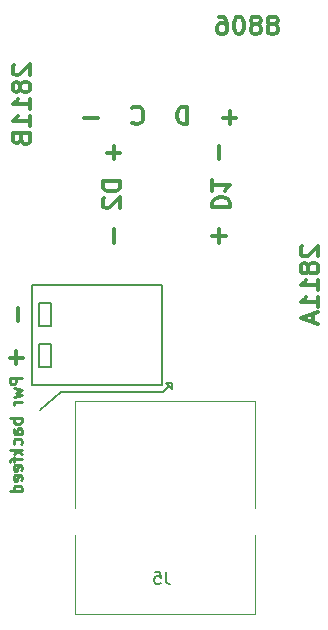
<source format=gbr>
G04 #@! TF.FileFunction,Legend,Bot*
%FSLAX46Y46*%
G04 Gerber Fmt 4.6, Leading zero omitted, Abs format (unit mm)*
G04 Created by KiCad (PCBNEW 4.0.6-e0-6349~53~ubuntu16.04.1) date Tue Apr 25 15:56:05 2017*
%MOMM*%
%LPD*%
G01*
G04 APERTURE LIST*
%ADD10C,0.100000*%
%ADD11C,0.200000*%
%ADD12C,0.250000*%
%ADD13C,0.300000*%
%ADD14C,0.120000*%
%ADD15C,0.150000*%
G04 APERTURE END LIST*
D10*
D11*
X170180000Y-98806000D02*
X169672000Y-98806000D01*
X170180000Y-99314000D02*
X170180000Y-98806000D01*
X169672000Y-98806000D02*
X170180000Y-99314000D01*
X169418000Y-99568000D02*
X169926000Y-99060000D01*
X160782000Y-99568000D02*
X169418000Y-99568000D01*
X159004000Y-101092000D02*
X160782000Y-99568000D01*
D12*
X157424381Y-98314475D02*
X156424381Y-98314475D01*
X156424381Y-98695428D01*
X156472000Y-98790666D01*
X156519619Y-98838285D01*
X156614857Y-98885904D01*
X156757714Y-98885904D01*
X156852952Y-98838285D01*
X156900571Y-98790666D01*
X156948190Y-98695428D01*
X156948190Y-98314475D01*
X156757714Y-99219237D02*
X157424381Y-99409713D01*
X156948190Y-99600190D01*
X157424381Y-99790666D01*
X156757714Y-99981142D01*
X157424381Y-100362094D02*
X156757714Y-100362094D01*
X156948190Y-100362094D02*
X156852952Y-100409713D01*
X156805333Y-100457332D01*
X156757714Y-100552570D01*
X156757714Y-100647809D01*
X157424381Y-101743047D02*
X156424381Y-101743047D01*
X156805333Y-101743047D02*
X156757714Y-101838285D01*
X156757714Y-102028762D01*
X156805333Y-102124000D01*
X156852952Y-102171619D01*
X156948190Y-102219238D01*
X157233905Y-102219238D01*
X157329143Y-102171619D01*
X157376762Y-102124000D01*
X157424381Y-102028762D01*
X157424381Y-101838285D01*
X157376762Y-101743047D01*
X157424381Y-103076381D02*
X156900571Y-103076381D01*
X156805333Y-103028762D01*
X156757714Y-102933524D01*
X156757714Y-102743047D01*
X156805333Y-102647809D01*
X157376762Y-103076381D02*
X157424381Y-102981143D01*
X157424381Y-102743047D01*
X157376762Y-102647809D01*
X157281524Y-102600190D01*
X157186286Y-102600190D01*
X157091048Y-102647809D01*
X157043429Y-102743047D01*
X157043429Y-102981143D01*
X156995810Y-103076381D01*
X157376762Y-103981143D02*
X157424381Y-103885905D01*
X157424381Y-103695428D01*
X157376762Y-103600190D01*
X157329143Y-103552571D01*
X157233905Y-103504952D01*
X156948190Y-103504952D01*
X156852952Y-103552571D01*
X156805333Y-103600190D01*
X156757714Y-103695428D01*
X156757714Y-103885905D01*
X156805333Y-103981143D01*
X157424381Y-104409714D02*
X156424381Y-104409714D01*
X157043429Y-104504952D02*
X157424381Y-104790667D01*
X156757714Y-104790667D02*
X157138667Y-104409714D01*
X156757714Y-105076381D02*
X156757714Y-105457333D01*
X157424381Y-105219238D02*
X156567238Y-105219238D01*
X156472000Y-105266857D01*
X156424381Y-105362095D01*
X156424381Y-105457333D01*
X157376762Y-106171620D02*
X157424381Y-106076382D01*
X157424381Y-105885905D01*
X157376762Y-105790667D01*
X157281524Y-105743048D01*
X156900571Y-105743048D01*
X156805333Y-105790667D01*
X156757714Y-105885905D01*
X156757714Y-106076382D01*
X156805333Y-106171620D01*
X156900571Y-106219239D01*
X156995810Y-106219239D01*
X157091048Y-105743048D01*
X157376762Y-107028763D02*
X157424381Y-106933525D01*
X157424381Y-106743048D01*
X157376762Y-106647810D01*
X157281524Y-106600191D01*
X156900571Y-106600191D01*
X156805333Y-106647810D01*
X156757714Y-106743048D01*
X156757714Y-106933525D01*
X156805333Y-107028763D01*
X156900571Y-107076382D01*
X156995810Y-107076382D01*
X157091048Y-106600191D01*
X157424381Y-107933525D02*
X156424381Y-107933525D01*
X157376762Y-107933525D02*
X157424381Y-107838287D01*
X157424381Y-107647810D01*
X157376762Y-107552572D01*
X157329143Y-107504953D01*
X157233905Y-107457334D01*
X156948190Y-107457334D01*
X156852952Y-107504953D01*
X156805333Y-107552572D01*
X156757714Y-107647810D01*
X156757714Y-107838287D01*
X156805333Y-107933525D01*
D13*
X157543428Y-96627143D02*
X156400571Y-96627143D01*
X156972000Y-97198571D02*
X156972000Y-96055714D01*
X157079143Y-92392572D02*
X157079143Y-93535429D01*
X174136857Y-86911142D02*
X174136857Y-85768285D01*
X173565429Y-86339714D02*
X174708286Y-86339714D01*
X173565429Y-83911142D02*
X175065429Y-83911142D01*
X175065429Y-83553999D01*
X174994000Y-83339714D01*
X174851143Y-83196856D01*
X174708286Y-83125428D01*
X174422571Y-83053999D01*
X174208286Y-83053999D01*
X173922571Y-83125428D01*
X173779714Y-83196856D01*
X173636857Y-83339714D01*
X173565429Y-83553999D01*
X173565429Y-83911142D01*
X173565429Y-81625428D02*
X173565429Y-82482571D01*
X173565429Y-82053999D02*
X175065429Y-82053999D01*
X174851143Y-82196856D01*
X174708286Y-82339714D01*
X174636857Y-82482571D01*
X174136857Y-79839714D02*
X174136857Y-78696857D01*
X165207143Y-78696858D02*
X165207143Y-79839715D01*
X165778571Y-79268286D02*
X164635714Y-79268286D01*
X165778571Y-81696858D02*
X164278571Y-81696858D01*
X164278571Y-82054001D01*
X164350000Y-82268286D01*
X164492857Y-82411144D01*
X164635714Y-82482572D01*
X164921429Y-82554001D01*
X165135714Y-82554001D01*
X165421429Y-82482572D01*
X165564286Y-82411144D01*
X165707143Y-82268286D01*
X165778571Y-82054001D01*
X165778571Y-81696858D01*
X164421429Y-83125429D02*
X164350000Y-83196858D01*
X164278571Y-83339715D01*
X164278571Y-83696858D01*
X164350000Y-83839715D01*
X164421429Y-83911144D01*
X164564286Y-83982572D01*
X164707143Y-83982572D01*
X164921429Y-83911144D01*
X165778571Y-83054001D01*
X165778571Y-83982572D01*
X165207143Y-85768286D02*
X165207143Y-86911143D01*
X156801429Y-71862572D02*
X156730000Y-71934001D01*
X156658571Y-72076858D01*
X156658571Y-72434001D01*
X156730000Y-72576858D01*
X156801429Y-72648287D01*
X156944286Y-72719715D01*
X157087143Y-72719715D01*
X157301429Y-72648287D01*
X158158571Y-71791144D01*
X158158571Y-72719715D01*
X157301429Y-73576858D02*
X157230000Y-73434000D01*
X157158571Y-73362572D01*
X157015714Y-73291143D01*
X156944286Y-73291143D01*
X156801429Y-73362572D01*
X156730000Y-73434000D01*
X156658571Y-73576858D01*
X156658571Y-73862572D01*
X156730000Y-74005429D01*
X156801429Y-74076858D01*
X156944286Y-74148286D01*
X157015714Y-74148286D01*
X157158571Y-74076858D01*
X157230000Y-74005429D01*
X157301429Y-73862572D01*
X157301429Y-73576858D01*
X157372857Y-73434000D01*
X157444286Y-73362572D01*
X157587143Y-73291143D01*
X157872857Y-73291143D01*
X158015714Y-73362572D01*
X158087143Y-73434000D01*
X158158571Y-73576858D01*
X158158571Y-73862572D01*
X158087143Y-74005429D01*
X158015714Y-74076858D01*
X157872857Y-74148286D01*
X157587143Y-74148286D01*
X157444286Y-74076858D01*
X157372857Y-74005429D01*
X157301429Y-73862572D01*
X158158571Y-75576857D02*
X158158571Y-74719714D01*
X158158571Y-75148286D02*
X156658571Y-75148286D01*
X156872857Y-75005429D01*
X157015714Y-74862571D01*
X157087143Y-74719714D01*
X158158571Y-77005428D02*
X158158571Y-76148285D01*
X158158571Y-76576857D02*
X156658571Y-76576857D01*
X156872857Y-76434000D01*
X157015714Y-76291142D01*
X157087143Y-76148285D01*
X157372857Y-78148285D02*
X157444286Y-78362571D01*
X157515714Y-78433999D01*
X157658571Y-78505428D01*
X157872857Y-78505428D01*
X158015714Y-78433999D01*
X158087143Y-78362571D01*
X158158571Y-78219713D01*
X158158571Y-77648285D01*
X156658571Y-77648285D01*
X156658571Y-78148285D01*
X156730000Y-78291142D01*
X156801429Y-78362571D01*
X156944286Y-78433999D01*
X157087143Y-78433999D01*
X157230000Y-78362571D01*
X157301429Y-78291142D01*
X157372857Y-78148285D01*
X157372857Y-77648285D01*
X181185429Y-87209715D02*
X181114000Y-87281144D01*
X181042571Y-87424001D01*
X181042571Y-87781144D01*
X181114000Y-87924001D01*
X181185429Y-87995430D01*
X181328286Y-88066858D01*
X181471143Y-88066858D01*
X181685429Y-87995430D01*
X182542571Y-87138287D01*
X182542571Y-88066858D01*
X181685429Y-88924001D02*
X181614000Y-88781143D01*
X181542571Y-88709715D01*
X181399714Y-88638286D01*
X181328286Y-88638286D01*
X181185429Y-88709715D01*
X181114000Y-88781143D01*
X181042571Y-88924001D01*
X181042571Y-89209715D01*
X181114000Y-89352572D01*
X181185429Y-89424001D01*
X181328286Y-89495429D01*
X181399714Y-89495429D01*
X181542571Y-89424001D01*
X181614000Y-89352572D01*
X181685429Y-89209715D01*
X181685429Y-88924001D01*
X181756857Y-88781143D01*
X181828286Y-88709715D01*
X181971143Y-88638286D01*
X182256857Y-88638286D01*
X182399714Y-88709715D01*
X182471143Y-88781143D01*
X182542571Y-88924001D01*
X182542571Y-89209715D01*
X182471143Y-89352572D01*
X182399714Y-89424001D01*
X182256857Y-89495429D01*
X181971143Y-89495429D01*
X181828286Y-89424001D01*
X181756857Y-89352572D01*
X181685429Y-89209715D01*
X182542571Y-90924000D02*
X182542571Y-90066857D01*
X182542571Y-90495429D02*
X181042571Y-90495429D01*
X181256857Y-90352572D01*
X181399714Y-90209714D01*
X181471143Y-90066857D01*
X182542571Y-92352571D02*
X182542571Y-91495428D01*
X182542571Y-91924000D02*
X181042571Y-91924000D01*
X181256857Y-91781143D01*
X181399714Y-91638285D01*
X181471143Y-91495428D01*
X182114000Y-92923999D02*
X182114000Y-93638285D01*
X182542571Y-92781142D02*
X181042571Y-93281142D01*
X182542571Y-93781142D01*
X175592571Y-76307143D02*
X174449714Y-76307143D01*
X175021143Y-76878571D02*
X175021143Y-75735714D01*
X171449714Y-76878571D02*
X171449714Y-75378571D01*
X171092571Y-75378571D01*
X170878286Y-75450000D01*
X170735428Y-75592857D01*
X170664000Y-75735714D01*
X170592571Y-76021429D01*
X170592571Y-76235714D01*
X170664000Y-76521429D01*
X170735428Y-76664286D01*
X170878286Y-76807143D01*
X171092571Y-76878571D01*
X171449714Y-76878571D01*
X166806857Y-76735714D02*
X166878286Y-76807143D01*
X167092572Y-76878571D01*
X167235429Y-76878571D01*
X167449714Y-76807143D01*
X167592572Y-76664286D01*
X167664000Y-76521429D01*
X167735429Y-76235714D01*
X167735429Y-76021429D01*
X167664000Y-75735714D01*
X167592572Y-75592857D01*
X167449714Y-75450000D01*
X167235429Y-75378571D01*
X167092572Y-75378571D01*
X166878286Y-75450000D01*
X166806857Y-75521429D01*
X163878286Y-76307143D02*
X162735429Y-76307143D01*
X178815713Y-68401429D02*
X178958571Y-68330000D01*
X179029999Y-68258571D01*
X179101428Y-68115714D01*
X179101428Y-68044286D01*
X179029999Y-67901429D01*
X178958571Y-67830000D01*
X178815713Y-67758571D01*
X178529999Y-67758571D01*
X178387142Y-67830000D01*
X178315713Y-67901429D01*
X178244285Y-68044286D01*
X178244285Y-68115714D01*
X178315713Y-68258571D01*
X178387142Y-68330000D01*
X178529999Y-68401429D01*
X178815713Y-68401429D01*
X178958571Y-68472857D01*
X179029999Y-68544286D01*
X179101428Y-68687143D01*
X179101428Y-68972857D01*
X179029999Y-69115714D01*
X178958571Y-69187143D01*
X178815713Y-69258571D01*
X178529999Y-69258571D01*
X178387142Y-69187143D01*
X178315713Y-69115714D01*
X178244285Y-68972857D01*
X178244285Y-68687143D01*
X178315713Y-68544286D01*
X178387142Y-68472857D01*
X178529999Y-68401429D01*
X177387142Y-68401429D02*
X177530000Y-68330000D01*
X177601428Y-68258571D01*
X177672857Y-68115714D01*
X177672857Y-68044286D01*
X177601428Y-67901429D01*
X177530000Y-67830000D01*
X177387142Y-67758571D01*
X177101428Y-67758571D01*
X176958571Y-67830000D01*
X176887142Y-67901429D01*
X176815714Y-68044286D01*
X176815714Y-68115714D01*
X176887142Y-68258571D01*
X176958571Y-68330000D01*
X177101428Y-68401429D01*
X177387142Y-68401429D01*
X177530000Y-68472857D01*
X177601428Y-68544286D01*
X177672857Y-68687143D01*
X177672857Y-68972857D01*
X177601428Y-69115714D01*
X177530000Y-69187143D01*
X177387142Y-69258571D01*
X177101428Y-69258571D01*
X176958571Y-69187143D01*
X176887142Y-69115714D01*
X176815714Y-68972857D01*
X176815714Y-68687143D01*
X176887142Y-68544286D01*
X176958571Y-68472857D01*
X177101428Y-68401429D01*
X175887143Y-67758571D02*
X175744286Y-67758571D01*
X175601429Y-67830000D01*
X175530000Y-67901429D01*
X175458571Y-68044286D01*
X175387143Y-68330000D01*
X175387143Y-68687143D01*
X175458571Y-68972857D01*
X175530000Y-69115714D01*
X175601429Y-69187143D01*
X175744286Y-69258571D01*
X175887143Y-69258571D01*
X176030000Y-69187143D01*
X176101429Y-69115714D01*
X176172857Y-68972857D01*
X176244286Y-68687143D01*
X176244286Y-68330000D01*
X176172857Y-68044286D01*
X176101429Y-67901429D01*
X176030000Y-67830000D01*
X175887143Y-67758571D01*
X174101429Y-67758571D02*
X174387143Y-67758571D01*
X174530000Y-67830000D01*
X174601429Y-67901429D01*
X174744286Y-68115714D01*
X174815715Y-68401429D01*
X174815715Y-68972857D01*
X174744286Y-69115714D01*
X174672858Y-69187143D01*
X174530000Y-69258571D01*
X174244286Y-69258571D01*
X174101429Y-69187143D01*
X174030000Y-69115714D01*
X173958572Y-68972857D01*
X173958572Y-68615714D01*
X174030000Y-68472857D01*
X174101429Y-68401429D01*
X174244286Y-68330000D01*
X174530000Y-68330000D01*
X174672858Y-68401429D01*
X174744286Y-68472857D01*
X174815715Y-68615714D01*
D14*
X177160000Y-118360000D02*
X161920000Y-118360000D01*
X161920000Y-100330000D02*
X161930000Y-109320000D01*
X161920000Y-100330000D02*
X177160000Y-100330000D01*
X177160000Y-100330000D02*
X177160000Y-109330000D01*
X161930000Y-111660000D02*
X161920000Y-118360000D01*
X177160000Y-111650000D02*
X177160000Y-118360000D01*
D15*
X159890000Y-93964000D02*
X159890000Y-91964000D01*
X158890000Y-93964000D02*
X159890000Y-93964000D01*
X158890000Y-91964000D02*
X158890000Y-93964000D01*
X159890000Y-91964000D02*
X158890000Y-91964000D01*
X158890000Y-97464000D02*
X159890000Y-97464000D01*
X158890000Y-95464000D02*
X158890000Y-97464000D01*
X159890000Y-95464000D02*
X158890000Y-95464000D01*
X159890000Y-97464000D02*
X159890000Y-95464000D01*
X169290000Y-98964000D02*
X158290000Y-98964000D01*
X169290000Y-90464000D02*
X169290000Y-98964000D01*
X158290000Y-90464000D02*
X169290000Y-90464000D01*
X158290000Y-98964000D02*
X158290000Y-90464000D01*
X169623333Y-114772381D02*
X169623333Y-115486667D01*
X169670953Y-115629524D01*
X169766191Y-115724762D01*
X169909048Y-115772381D01*
X170004286Y-115772381D01*
X168670952Y-114772381D02*
X169147143Y-114772381D01*
X169194762Y-115248571D01*
X169147143Y-115200952D01*
X169051905Y-115153333D01*
X168813809Y-115153333D01*
X168718571Y-115200952D01*
X168670952Y-115248571D01*
X168623333Y-115343810D01*
X168623333Y-115581905D01*
X168670952Y-115677143D01*
X168718571Y-115724762D01*
X168813809Y-115772381D01*
X169051905Y-115772381D01*
X169147143Y-115724762D01*
X169194762Y-115677143D01*
M02*

</source>
